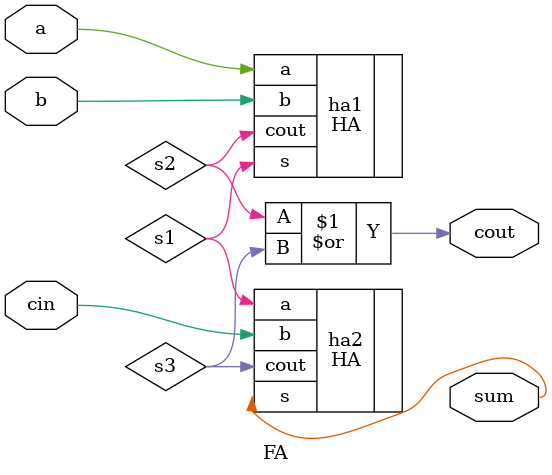
<source format=v>


module FA(
    input a,b,cin,
    output sum, cout
    );
    wire s1, s2, s3;
    HA ha1(.a(a),.b(b), .s(s1), .cout(s2));
    HA ha2(.a(s1),.b(cin), .s(sum), .cout(s3));
    or orgate(cout,s2,s3);
endmodule

</source>
